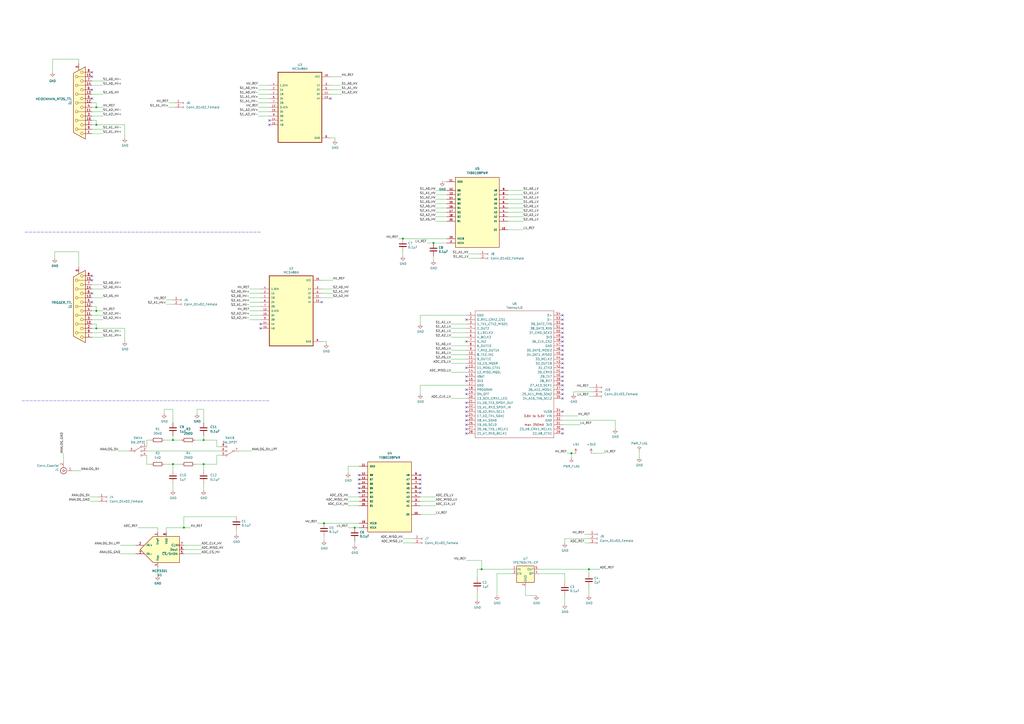
<source format=kicad_sch>
(kicad_sch (version 20211123) (generator eeschema)
  (paper "A2")
  (lib_symbols
    (symbol "Analog_ADC:MCP3301" (pin_names (offset 1.016))
      (property "Reference" "U" (at 4.445 10.795 0))
      (property "Value" "MCP3301" (at 4.445 8.89 0))
      (symbol "MCP3301_0_0"
        (polyline (pts (xy -12.7 0) (xy -5.08 7.62) (xy 10.16 7.62) (xy 10.16 -7.62) (xy -5.08 -7.62) (xy -12.7 0)) (stroke (width 0.254)) (fill (type background)))
      )
      (symbol "MCP3301_1_1"
        (pin power_in line (at -2.54 10.16 270) (length 2.54) (name "Vref") (number "1"))
        (pin input line (at -15.24 2.54 0) (length 5.08) (name "IN+") (number "2"))
        (pin input line (at -15.24 -2.54 0) (length 5.08) (name "IN-") (number "3"))
        (pin power_in line (at -2.54 -10.16 90) (length 2.54) (name "Vss") (number "4"))
        (pin input line (at 12.7 -2.54 180) (length 2.54) (name "~{CS}/SHDN") (number "5"))
        (pin output line (at 12.7 0 180) (length 2.54) (name "Dout") (number "6"))
        (pin input clock (at 12.7 2.54 180) (length 2.54) (name "CLK") (number "7"))
        (pin power_in line (at 2.54 10.16 270) (length 2.54) (name "Vdd") (number "8"))
      )
    )
    (symbol "Connector:Conn_01x02_Female" (pin_names (offset 1.016) hide)
      (property "Reference" "J" (at 0 2.54 0))
      (property "Value" "Conn_01x02_Female" (at 0 -5.08 0))
      (symbol "Conn_01x02_Female_1_1"
        (arc (start 0 -2.032) (mid -0.508 -2.54) (end 0 -3.048) (stroke (width 0.1524)))
        (polyline (pts (xy -1.27 -2.54) (xy -0.508 -2.54)) (stroke (width 0.1524)))
        (polyline (pts (xy -1.27 0) (xy -0.508 0)) (stroke (width 0.1524)))
        (arc (start 0 0.508) (mid -0.508 0) (end 0 -0.508) (stroke (width 0.1524)))
        (pin passive line (at -5.08 0 0) (length 3.81) (name "Pin_1") (number "1"))
        (pin passive line (at -5.08 -2.54 0) (length 3.81) (name "Pin_2") (number "2"))
      )
    )
    (symbol "Connector:Conn_01x03_Female" (pin_names (offset 1.016) hide)
      (property "Reference" "J" (at 0 5.08 0))
      (property "Value" "Conn_01x03_Female" (at 0 -5.08 0))
      (symbol "Conn_01x03_Female_1_1"
        (arc (start 0 -2.032) (mid -0.508 -2.54) (end 0 -3.048) (stroke (width 0.1524)))
        (polyline (pts (xy -1.27 -2.54) (xy -0.508 -2.54)) (stroke (width 0.1524)))
        (polyline (pts (xy -1.27 0) (xy -0.508 0)) (stroke (width 0.1524)))
        (polyline (pts (xy -1.27 2.54) (xy -0.508 2.54)) (stroke (width 0.1524)))
        (arc (start 0 0.508) (mid -0.508 0) (end 0 -0.508) (stroke (width 0.1524)))
        (arc (start 0 3.048) (mid -0.508 2.54) (end 0 2.032) (stroke (width 0.1524)))
        (pin passive line (at -5.08 2.54 0) (length 3.81) (name "Pin_1") (number "1"))
        (pin passive line (at -5.08 0 0) (length 3.81) (name "Pin_2") (number "2"))
        (pin passive line (at -5.08 -2.54 0) (length 3.81) (name "Pin_3") (number "3"))
      )
    )
    (symbol "Connector:Conn_Coaxial" (pin_names (offset 1.016) hide)
      (property "Reference" "J" (at 0.254 3.048 0))
      (property "Value" "Conn_Coaxial" (at 2.921 0 90))
      (symbol "Conn_Coaxial_0_1"
        (arc (start -1.778 -0.508) (mid 0.222 -1.808) (end 1.778 0) (stroke (width 0.254)))
        (polyline (pts (xy -2.54 0) (xy -0.508 0)))
        (polyline (pts (xy 0 -2.54) (xy 0 -1.778)))
        (circle (center 0 0) (radius 0.508) (stroke (width 0.2032)))
        (arc (start 1.778 0) (mid 0.2221 1.8083) (end -1.778 0.508) (stroke (width 0.254)))
      )
      (symbol "Conn_Coaxial_1_1"
        (pin passive line (at -5.08 0 0) (length 2.54) (name "In") (number "1"))
        (pin passive line (at 0 -5.08 90) (length 2.54) (name "Ext") (number "2"))
      )
    )
    (symbol "Connector:DB15_Female_MountingHoles" (pin_names (offset 1.016) hide)
      (property "Reference" "J" (at 0 24.13 0))
      (property "Value" "DB15_Female_MountingHoles" (at 0 22.225 0))
      (symbol "DB15_Female_MountingHoles_0_1"
        (circle (center -1.778 -17.78) (radius 0.762))
        (circle (center -1.778 -12.7) (radius 0.762))
        (circle (center -1.778 -7.62) (radius 0.762))
        (circle (center -1.778 -2.54) (radius 0.762))
        (circle (center -1.778 2.54) (radius 0.762))
        (circle (center -1.778 7.62) (radius 0.762))
        (circle (center -1.778 12.7) (radius 0.762))
        (circle (center -1.778 17.78) (radius 0.762))
        (polyline (pts (xy -3.81 -17.78) (xy -2.54 -17.78)))
        (polyline (pts (xy -3.81 -15.24) (xy 0.508 -15.24)))
        (polyline (pts (xy -3.81 -12.7) (xy -2.54 -12.7)))
        (polyline (pts (xy -3.81 -10.16) (xy 0.508 -10.16)))
        (polyline (pts (xy -3.81 -7.62) (xy -2.54 -7.62)))
        (polyline (pts (xy -3.81 -5.08) (xy 0.508 -5.08)))
        (polyline (pts (xy -3.81 -2.54) (xy -2.54 -2.54)))
        (polyline (pts (xy -3.81 0) (xy 0.508 0)))
        (polyline (pts (xy -3.81 2.54) (xy -2.54 2.54)))
        (polyline (pts (xy -3.81 5.08) (xy 0.508 5.08)))
        (polyline (pts (xy -3.81 7.62) (xy -2.54 7.62)))
        (polyline (pts (xy -3.81 10.16) (xy 0.508 10.16)))
        (polyline (pts (xy -3.81 12.7) (xy -2.54 12.7)))
        (polyline (pts (xy -3.81 15.24) (xy 0.508 15.24)))
        (polyline (pts (xy -3.81 17.78) (xy -2.54 17.78)))
        (polyline (pts (xy -3.81 20.955) (xy 3.175 17.145) (xy 3.175 -17.145) (xy -3.81 -20.955) (xy -3.81 20.955)) (stroke (width 0.254)) (fill (type background)))
        (circle (center 1.27 -15.24) (radius 0.762))
        (circle (center 1.27 -10.16) (radius 0.762))
        (circle (center 1.27 -5.08) (radius 0.762))
        (circle (center 1.27 0) (radius 0.762))
        (circle (center 1.27 5.08) (radius 0.762))
        (circle (center 1.27 10.16) (radius 0.762))
        (circle (center 1.27 15.24) (radius 0.762))
      )
      (symbol "DB15_Female_MountingHoles_1_1"
        (pin passive line (at 0 -22.86 90) (length 3.81) (name "PAD") (number "0"))
        (pin passive line (at -7.62 17.78 0) (length 3.81) (name "1") (number "1"))
        (pin passive line (at -7.62 10.16 0) (length 3.81) (name "P10") (number "10"))
        (pin passive line (at -7.62 5.08 0) (length 3.81) (name "P111") (number "11"))
        (pin passive line (at -7.62 0 0) (length 3.81) (name "P12") (number "12"))
        (pin passive line (at -7.62 -5.08 0) (length 3.81) (name "P13") (number "13"))
        (pin passive line (at -7.62 -10.16 0) (length 3.81) (name "P14") (number "14"))
        (pin passive line (at -7.62 -15.24 0) (length 3.81) (name "P15") (number "15"))
        (pin passive line (at -7.62 12.7 0) (length 3.81) (name "2") (number "2"))
        (pin passive line (at -7.62 7.62 0) (length 3.81) (name "3") (number "3"))
        (pin passive line (at -7.62 2.54 0) (length 3.81) (name "4") (number "4"))
        (pin passive line (at -7.62 -2.54 0) (length 3.81) (name "5") (number "5"))
        (pin passive line (at -7.62 -7.62 0) (length 3.81) (name "6") (number "6"))
        (pin passive line (at -7.62 -12.7 0) (length 3.81) (name "7") (number "7"))
        (pin passive line (at -7.62 -17.78 0) (length 3.81) (name "8") (number "8"))
        (pin passive line (at -7.62 15.24 0) (length 3.81) (name "P9") (number "9"))
      )
    )
    (symbol "Device:C" (pin_numbers hide) (pin_names (offset 0.254))
      (property "Reference" "C" (at 0.635 2.54 0))
      (property "Value" "C" (at 0.635 -2.54 0))
      (symbol "C_0_1"
        (polyline (pts (xy -2.032 -0.762) (xy 2.032 -0.762)) (stroke (width 0.508)))
        (polyline (pts (xy -2.032 0.762) (xy 2.032 0.762)) (stroke (width 0.508)))
      )
      (symbol "C_1_1"
        (pin passive line (at 0 3.81 270) (length 2.794) (name "~") (number "1"))
        (pin passive line (at 0 -3.81 90) (length 2.794) (name "~") (number "2"))
      )
    )
    (symbol "Device:R" (pin_numbers hide) (pin_names (offset 0))
      (property "Reference" "R" (at 2.032 0 90))
      (property "Value" "R" (at 0 0 90))
      (symbol "R_0_1"
        (rectangle (start -1.016 -2.54) (end 1.016 2.54) (stroke (width 0.254)))
      )
      (symbol "R_1_1"
        (pin passive line (at 0 3.81 270) (length 1.27) (name "~") (number "1"))
        (pin passive line (at 0 -3.81 90) (length 1.27) (name "~") (number "2"))
      )
    )
    (symbol "MC3486N:MC3486N" (pin_names (offset 1.016))
      (property "Reference" "U" (at -12.7 21.3106 0))
      (property "Value" "MC3486N" (at -12.7 -24.3078 0))
      (symbol "MC3486N_0_0"
        (rectangle (start -12.7 -20.32) (end 12.7 20.32) (stroke (width 0.4064)) (fill (type background)))
        (pin input line (at -17.78 7.62 0) (length 5.08) (name "1B") (number "1"))
        (pin input line (at -17.78 -2.54 0) (length 5.08) (name "3A") (number "10"))
        (pin output line (at 17.78 7.62 180) (length 5.08) (name "3Y") (number "11"))
        (pin input line (at -17.78 0 0) (length 5.08) (name "3,4EN") (number "12"))
        (pin output line (at 17.78 5.08 180) (length 5.08) (name "4Y") (number "13"))
        (pin input line (at -17.78 -7.62 0) (length 5.08) (name "4A") (number "14"))
        (pin input line (at -17.78 -10.16 0) (length 5.08) (name "4B") (number "15"))
        (pin power_in line (at 17.78 17.78 180) (length 5.08) (name "VCC") (number "16"))
        (pin input line (at -17.78 10.16 0) (length 5.08) (name "1A") (number "2"))
        (pin output line (at 17.78 12.7 180) (length 5.08) (name "1Y") (number "3"))
        (pin input line (at -17.78 12.7 0) (length 5.08) (name "1,2EN") (number "4"))
        (pin output line (at 17.78 10.16 180) (length 5.08) (name "2Y") (number "5"))
        (pin input line (at -17.78 5.08 0) (length 5.08) (name "2A") (number "6"))
        (pin input line (at -17.78 2.54 0) (length 5.08) (name "2B") (number "7"))
        (pin power_in line (at 17.78 -17.78 180) (length 5.08) (name "GND") (number "8"))
        (pin input line (at -17.78 -5.08 0) (length 5.08) (name "3B") (number "9"))
      )
    )
    (symbol "Regulator_Linear:TPS793475-EP" (pin_names (offset 0.254))
      (property "Reference" "U" (at -3.81 5.715 0))
      (property "Value" "TPS793475-EP" (at 0 5.715 0))
      (symbol "TPS793475-EP_1_1"
        (rectangle (start 5.08 -5.08) (end -5.08 4.445) (stroke (width 0.254)) (fill (type background)))
        (pin power_in line (at -7.62 2.54 0) (length 2.54) (name "IN") (number "1"))
        (pin power_in line (at 0 -7.62 90) (length 2.54) (name "GND") (number "2"))
        (pin input line (at -7.62 0 0) (length 2.54) (name "EN") (number "3"))
        (pin bidirectional line (at 7.62 0 180) (length 2.54) (name "BP") (number "4"))
        (pin power_out line (at 7.62 2.54 180) (length 2.54) (name "OUT") (number "5"))
      )
    )
    (symbol "Switch:SW_DP3T" (pin_names (offset 0) hide)
      (property "Reference" "SW" (at 0 5.08 0))
      (property "Value" "SW_DP3T" (at 0 -5.08 0))
      (symbol "SW_DP3T_0_1"
        (circle (center -2.032 0) (radius 0.4572))
        (polyline (pts (xy -1.651 0.254) (xy 1.651 2.286)))
        (circle (center 2.032 -2.54) (radius 0.4572))
        (circle (center 2.032 0) (radius 0.4572))
        (circle (center 2.032 2.54) (radius 0.4572))
      )
      (symbol "SW_DP3T_1_1"
        (pin passive line (at 5.08 2.54 180) (length 2.54) (name "1") (number "1"))
        (pin passive line (at 5.08 0 180) (length 2.54) (name "2") (number "2"))
        (pin passive line (at -5.08 0 0) (length 2.54) (name "3") (number "3"))
        (pin passive line (at 5.08 -2.54 180) (length 2.54) (name "4") (number "4"))
      )
      (symbol "SW_DP3T_2_1"
        (pin passive line (at 5.08 2.54 180) (length 2.54) (name "5") (number "5"))
        (pin passive line (at 5.08 0 180) (length 2.54) (name "6") (number "6"))
        (pin passive line (at -5.08 0 0) (length 2.54) (name "7") (number "7"))
        (pin passive line (at 5.08 -2.54 180) (length 2.54) (name "8") (number "8"))
      )
    )
    (symbol "TXB0108PWR:TXB0108PWR" (pin_names (offset 1.016))
      (property "Reference" "U" (at -12.7 23.8506 0))
      (property "Value" "TXB0108PWR" (at -12.7 -21.7678 0))
      (symbol "TXB0108PWR_0_0"
        (rectangle (start -12.7 -17.78) (end 12.7 22.86) (stroke (width 0.254)) (fill (type background)))
        (pin bidirectional line (at -17.78 7.62 0) (length 5.08) (name "A1") (number "1"))
        (pin input line (at -17.78 12.7 0) (length 5.08) (name "OE") (number "10"))
        (pin power_in line (at 17.78 -15.24 180) (length 5.08) (name "GND") (number "11"))
        (pin bidirectional line (at 17.78 -10.16 180) (length 5.08) (name "B8") (number "12"))
        (pin bidirectional line (at 17.78 -7.62 180) (length 5.08) (name "B7") (number "13"))
        (pin bidirectional line (at 17.78 -5.08 180) (length 5.08) (name "B6") (number "14"))
        (pin bidirectional line (at 17.78 -2.54 180) (length 5.08) (name "B5") (number "15"))
        (pin bidirectional line (at 17.78 0 180) (length 5.08) (name "B4") (number "16"))
        (pin bidirectional line (at 17.78 2.54 180) (length 5.08) (name "B3") (number "17"))
        (pin bidirectional line (at 17.78 5.08 180) (length 5.08) (name "B2") (number "18"))
        (pin power_in line (at 17.78 17.78 180) (length 5.08) (name "VCCB") (number "19"))
        (pin power_in line (at 17.78 20.32 180) (length 5.08) (name "VCCA") (number "2"))
        (pin bidirectional line (at 17.78 7.62 180) (length 5.08) (name "B1") (number "20"))
        (pin bidirectional line (at -17.78 5.08 0) (length 5.08) (name "A2") (number "3"))
        (pin bidirectional line (at -17.78 2.54 0) (length 5.08) (name "A3") (number "4"))
        (pin bidirectional line (at -17.78 0 0) (length 5.08) (name "A4") (number "5"))
        (pin bidirectional line (at -17.78 -2.54 0) (length 5.08) (name "A5") (number "6"))
        (pin bidirectional line (at -17.78 -5.08 0) (length 5.08) (name "A6") (number "7"))
        (pin bidirectional line (at -17.78 -7.62 0) (length 5.08) (name "A7") (number "8"))
        (pin bidirectional line (at -17.78 -10.16 0) (length 5.08) (name "A8") (number "9"))
      )
    )
    (symbol "erun-rescue:Teensy4.0-teensy" (pin_names (offset 1.016))
      (property "Reference" "U" (at 0 39.37 0))
      (property "Value" "Teensy4.0-teensy" (at 0 -39.37 0))
      (symbol "Teensy4.0-teensy_0_0"
        (text "3.6V to 5.5V" (at 11.43 -24.13 0) (effects (font (size 1.27 1.27))))
        (text "max 250mA" (at 11.43 -29.21 0) (effects (font (size 1.27 1.27))))
        (pin bidirectional line (at -27.94 11.43 0) (length 5.08) (name "8_TX2_IN1") (number "10"))
        (pin bidirectional line (at -27.94 8.89 0) (length 5.08) (name "9_OUT1C") (number "11"))
        (pin bidirectional line (at -27.94 6.35 0) (length 5.08) (name "10_CS_MQSR") (number "12"))
        (pin bidirectional line (at -27.94 3.81 0) (length 5.08) (name "11_MOSI_CTX1") (number "13"))
        (pin bidirectional line (at -27.94 1.27 0) (length 5.08) (name "12_MISO_MQSL") (number "14"))
        (pin power_in line (at -27.94 -1.27 0) (length 5.08) (name "VBAT") (number "15"))
        (pin power_in line (at -27.94 -3.81 0) (length 5.08) (name "3V3") (number "16"))
        (pin power_in line (at -27.94 -6.35 0) (length 5.08) (name "GND") (number "17"))
        (pin input line (at -27.94 -8.89 0) (length 5.08) (name "PROGRAM") (number "18"))
        (pin input line (at -27.94 -11.43 0) (length 5.08) (name "ON_OFF") (number "19"))
        (pin bidirectional line (at -27.94 -13.97 0) (length 5.08) (name "13_SCK_CRX1_LED") (number "20"))
        (pin bidirectional line (at -27.94 -16.51 0) (length 5.08) (name "14_A0_TX3_SPDIF_OUT") (number "21"))
        (pin bidirectional line (at -27.94 -19.05 0) (length 5.08) (name "15_A1_RX3_SPDIF_IN") (number "22"))
        (pin bidirectional line (at -27.94 -21.59 0) (length 5.08) (name "16_A2_RX4_SCL1") (number "23"))
        (pin bidirectional line (at -27.94 -24.13 0) (length 5.08) (name "17_A3_TX4_SDA1") (number "24"))
        (pin bidirectional line (at -27.94 -26.67 0) (length 5.08) (name "18_A4_SDA0") (number "25"))
        (pin bidirectional line (at -27.94 -29.21 0) (length 5.08) (name "19_A5_SCL0") (number "26"))
        (pin bidirectional line (at -27.94 -31.75 0) (length 5.08) (name "20_A6_TX5_LRCLK1") (number "27"))
        (pin bidirectional line (at -27.94 -34.29 0) (length 5.08) (name "21_A7_RX5_BCLK1") (number "28"))
        (pin bidirectional line (at 27.94 -34.29 180) (length 5.08) (name "22_A8_CTX1") (number "29"))
        (pin bidirectional line (at 27.94 -31.75 180) (length 5.08) (name "23_A9_CRX1_MCLK1") (number "30"))
        (pin power_out line (at 27.94 -29.21 180) (length 5.08) (name "3V3") (number "31"))
        (pin power_in line (at 27.94 -26.67 180) (length 5.08) (name "GND") (number "32"))
        (pin power_in line (at 27.94 -24.13 180) (length 5.08) (name "VIN") (number "33"))
        (pin power_out line (at 27.94 -21.59 180) (length 5.08) (name "VUSB") (number "34"))
        (pin bidirectional line (at 27.94 -13.97 180) (length 5.08) (name "24_A10_TX6_SCL2") (number "35"))
        (pin bidirectional line (at 27.94 -11.43 180) (length 5.08) (name "25_A11_RX6_SDA2") (number "36"))
        (pin bidirectional line (at 27.94 -8.89 180) (length 5.08) (name "26_A12_MOSI1") (number "37"))
        (pin bidirectional line (at 27.94 -6.35 180) (length 5.08) (name "27_A13_SCK1") (number "38"))
        (pin bidirectional line (at 27.94 -3.81 180) (length 5.08) (name "28_RX7") (number "39"))
        (pin bidirectional line (at 27.94 -1.27 180) (length 5.08) (name "29_TX7") (number "40"))
        (pin bidirectional line (at 27.94 1.27 180) (length 5.08) (name "30_CRX3") (number "41"))
        (pin bidirectional line (at 27.94 3.81 180) (length 5.08) (name "31_CTX3") (number "42"))
        (pin bidirectional line (at 27.94 6.35 180) (length 5.08) (name "32_OUT1B") (number "43"))
        (pin bidirectional line (at 27.94 8.89 180) (length 5.08) (name "33_MCLK2") (number "44"))
        (pin bidirectional line (at 27.94 11.43 180) (length 5.08) (name "34_DAT1_MISO2") (number "45"))
        (pin bidirectional line (at 27.94 13.97 180) (length 5.08) (name "35_DAT0_MOSI2") (number "46"))
        (pin power_out line (at 27.94 16.51 180) (length 5.08) (name "GND") (number "47"))
        (pin bidirectional line (at 27.94 19.05 180) (length 5.08) (name "36_CLK_CS2") (number "48"))
        (pin power_out line (at 27.94 21.59 180) (length 5.08) (name "3V3") (number "49"))
        (pin bidirectional line (at -27.94 24.13 0) (length 5.08) (name "3_LRCLK2") (number "5"))
        (pin bidirectional line (at 27.94 24.13 180) (length 5.08) (name "37_CMD_SCK2") (number "50"))
        (pin bidirectional line (at 27.94 26.67 180) (length 5.08) (name "38_DAT3_RX5") (number "51"))
        (pin bidirectional line (at 27.94 29.21 180) (length 5.08) (name "39_DAT2_TX5") (number "52"))
        (pin bidirectional line (at 27.94 31.75 180) (length 5.08) (name "D-") (number "53"))
        (pin bidirectional line (at 27.94 34.29 180) (length 5.08) (name "D+") (number "54"))
        (pin bidirectional line (at -27.94 21.59 0) (length 5.08) (name "4_BCLK2") (number "6"))
        (pin bidirectional line (at -27.94 19.05 0) (length 5.08) (name "5_IN2") (number "7"))
        (pin bidirectional line (at -27.94 16.51 0) (length 5.08) (name "6_OUT1D") (number "8"))
        (pin bidirectional line (at -27.94 13.97 0) (length 5.08) (name "7_RX2_OUT1A") (number "9"))
      )
      (symbol "Teensy4.0-teensy_0_1"
        (rectangle (start -22.86 36.83) (end 22.86 -36.83))
        (rectangle (start -20.32 -31.75) (end -20.32 -31.75))
      )
      (symbol "Teensy4.0-teensy_1_1"
        (pin power_in line (at -27.94 34.29 0) (length 5.08) (name "GND") (number "1"))
        (pin bidirectional line (at -27.94 31.75 0) (length 5.08) (name "0_RX1_CRX2_CS1") (number "2"))
        (pin bidirectional line (at -27.94 29.21 0) (length 5.08) (name "1_TX1_CTX2_MISO1") (number "3"))
        (pin bidirectional line (at -27.94 26.67 0) (length 5.08) (name "2_OUT2") (number "4"))
      )
    )
    (symbol "power:+3.3V" (power) (pin_names (offset 0))
      (property "Value" "+3.3V" (at 0 3.556 0))
      (symbol "+3.3V_0_1"
        (polyline (pts (xy -0.762 1.27) (xy 0 2.54)))
        (polyline (pts (xy 0 0) (xy 0 2.54)))
        (polyline (pts (xy 0 2.54) (xy 0.762 1.27)))
      )
      (symbol "+3.3V_1_1"
        (pin power_in line (at 0 0 90) (length 0) hide (name "+3V3") (number "1"))
      )
    )
    (symbol "power:+5V" (power) (pin_names (offset 0))
      (property "Value" "+5V" (at 0 3.556 0))
      (symbol "+5V_0_1"
        (polyline (pts (xy -0.762 1.27) (xy 0 2.54)))
        (polyline (pts (xy 0 0) (xy 0 2.54)))
        (polyline (pts (xy 0 2.54) (xy 0.762 1.27)))
      )
      (symbol "+5V_1_1"
        (pin power_in line (at 0 0 90) (length 0) hide (name "+5V") (number "1"))
      )
    )
    (symbol "power:GND" (power) (pin_names (offset 0))
      (property "Value" "GND" (at 0 -3.81 0))
      (symbol "GND_0_1"
        (polyline (pts (xy 0 0) (xy 0 -1.27) (xy 1.27 -1.27) (xy 0 -2.54) (xy -1.27 -1.27) (xy 0 -1.27)))
      )
      (symbol "GND_1_1"
        (pin power_in line (at 0 0 270) (length 0) hide (name "GND") (number "1"))
      )
    )
    (symbol "power:PWR_FLAG" (power) (pin_numbers hide) (pin_names (offset 0) hide)
      (property "Value" "PWR_FLAG" (at 0 3.81 0))
      (symbol "PWR_FLAG_0_0"
        (pin power_out line (at 0 0 90) (length 0) (name "pwr") (number "1"))
      )
      (symbol "PWR_FLAG_0_1"
        (polyline (pts (xy 0 0) (xy 0 1.27) (xy -1.016 1.905) (xy 0 2.54) (xy 1.016 1.905) (xy 0 1.27)))
      )
    )
  )
  (junction (at 205.74 306.07))
  (junction (at 187.96 303.53))
  (junction (at 106.68 306.07))
  (junction (at 100.33 255.27))
  (junction (at 55.88 180.34))
  (junction (at 55.88 72.39))
  (junction (at 331.47 262.89))
  (junction (at 118.11 269.24))
  (junction (at 251.46 140.97))
  (junction (at 279.4 330.2))
  (junction (at 55.88 190.5))
  (junction (at 233.68 138.43))
  (junction (at 341.63 330.2))
  (junction (at 55.88 62.23))
  (junction (at 100.33 269.24))
  (junction (at 118.11 255.27))
  (no_connect (at 270.51 198.12))
  (no_connect (at 208.28 278.13))
  (no_connect (at 208.28 285.75))
  (no_connect (at 208.28 283.21))
  (no_connect (at 208.28 275.59))
  (no_connect (at 208.28 280.67))
  (no_connect (at 243.84 275.59))
  (no_connect (at 243.84 280.67))
  (no_connect (at 243.84 278.13))
  (no_connect (at 326.39 251.46))
  (no_connect (at 270.51 226.06))
  (no_connect (at 270.51 185.42))
  (no_connect (at 326.39 193.04))
  (no_connect (at 53.34 57.15))
  (no_connect (at 270.51 236.22))
  (no_connect (at 53.34 170.18))
  (no_connect (at 326.39 220.98))
  (no_connect (at 270.51 213.36))
  (no_connect (at 53.34 162.56))
  (no_connect (at 326.39 198.12))
  (no_connect (at 53.34 175.26))
  (no_connect (at 53.34 41.91))
  (no_connect (at 156.21 69.85))
  (no_connect (at 270.51 251.46))
  (no_connect (at 326.39 187.96))
  (no_connect (at 270.51 228.6))
  (no_connect (at 243.84 283.21))
  (no_connect (at 270.51 220.98))
  (no_connect (at 151.13 190.5))
  (no_connect (at 326.39 213.36))
  (no_connect (at 53.34 52.07))
  (no_connect (at 53.34 160.02))
  (no_connect (at 270.51 218.44))
  (no_connect (at 326.39 205.74))
  (no_connect (at 326.39 218.44))
  (no_connect (at 191.77 57.15))
  (no_connect (at 326.39 185.42))
  (no_connect (at 326.39 226.06))
  (no_connect (at 186.69 175.26))
  (no_connect (at 326.39 248.92))
  (no_connect (at 53.34 44.45))
  (no_connect (at 326.39 200.66))
  (no_connect (at 270.51 238.76))
  (no_connect (at 326.39 223.52))
  (no_connect (at 270.51 243.84))
  (no_connect (at 270.51 246.38))
  (no_connect (at 326.39 238.76))
  (no_connect (at 326.39 215.9))
  (no_connect (at 156.21 72.39))
  (no_connect (at 326.39 228.6))
  (no_connect (at 326.39 182.88))
  (no_connect (at 326.39 190.5))
  (no_connect (at 270.51 248.92))
  (no_connect (at 326.39 231.14))
  (no_connect (at 151.13 187.96))
  (no_connect (at 243.84 285.75))
  (no_connect (at 270.51 241.3))
  (no_connect (at 326.39 195.58))
  (no_connect (at 326.39 210.82))
  (no_connect (at 326.39 203.2))
  (no_connect (at 270.51 233.68))
  (no_connect (at 326.39 208.28))
  (wire (pts (xy 144.78 172.72) (xy 151.13 172.72)))
  (wire (pts (xy 59.69 193.04) (xy 53.34 193.04)))
  (wire (pts (xy 59.69 64.77) (xy 53.34 64.77)))
  (wire (pts (xy 137.16 309.88) (xy 137.16 307.34)))
  (wire (pts (xy 53.34 195.58) (xy 59.69 195.58)))
  (wire (pts (xy 205.74 313.69) (xy 205.74 316.23)))
  (wire (pts (xy 116.84 316.23) (xy 106.68 316.23)))
  (wire (pts (xy 151.13 175.26) (xy 144.78 175.26)))
  (wire (pts (xy 187.96 311.15) (xy 187.96 313.69)))
  (wire (pts (xy 149.86 59.69) (xy 156.21 59.69)))
  (wire (pts (xy 270.51 205.74) (xy 261.62 205.74)))
  (wire (pts (xy 156.21 57.15) (xy 149.86 57.15)))
  (wire (pts (xy 100.33 273.05) (xy 100.33 269.24)))
  (wire (pts (xy 270.51 195.58) (xy 261.62 195.58)))
  (wire (pts (xy 331.47 262.89) (xy 331.47 265.43)))
  (wire (pts (xy 53.34 49.53) (xy 59.69 49.53)))
  (wire (pts (xy 55.88 62.23) (xy 53.34 62.23)))
  (wire (pts (xy 184.15 303.53) (xy 187.96 303.53)))
  (wire (pts (xy 261.62 231.14) (xy 270.51 231.14)))
  (wire (pts (xy 59.69 182.88) (xy 53.34 182.88)))
  (polyline (pts (xy 12.7 232.41) (xy 156.21 232.41)))
  (wire (pts (xy 339.09 309.88) (xy 341.63 309.88)))
  (wire (pts (xy 137.16 299.72) (xy 106.68 299.72)))
  (wire (pts (xy 327.66 314.96) (xy 327.66 312.42)))
  (wire (pts (xy 55.88 180.34) (xy 53.34 180.34)))
  (wire (pts (xy 233.68 312.42) (xy 240.03 312.42)))
  (wire (pts (xy 331.47 262.89) (xy 334.01 262.89)))
  (wire (pts (xy 91.44 334.01) (xy 91.44 328.93)))
  (wire (pts (xy 341.63 229.87) (xy 344.17 229.87)))
  (wire (pts (xy 187.96 303.53) (xy 208.28 303.53)))
  (wire (pts (xy 271.78 147.32) (xy 278.13 147.32)))
  (wire (pts (xy 201.93 270.51) (xy 208.28 270.51)))
  (wire (pts (xy 125.73 255.27) (xy 125.73 259.08)))
  (wire (pts (xy 72.39 190.5) (xy 72.39 198.12)))
  (wire (pts (xy 106.68 318.77) (xy 116.84 318.77)))
  (wire (pts (xy 327.66 350.52) (xy 327.66 345.44)))
  (wire (pts (xy 326.39 246.38) (xy 336.55 246.38)))
  (wire (pts (xy 312.42 330.2) (xy 341.63 330.2)))
  (wire (pts (xy 297.18 330.2) (xy 279.4 330.2)))
  (wire (pts (xy 261.62 193.04) (xy 270.51 193.04)))
  (wire (pts (xy 327.66 332.74) (xy 312.42 332.74)))
  (wire (pts (xy 189.23 198.12) (xy 189.23 199.39)))
  (wire (pts (xy 30.48 34.29) (xy 30.48 41.91)))
  (wire (pts (xy 205.74 306.07) (xy 208.28 306.07)))
  (wire (pts (xy 113.03 255.27) (xy 118.11 255.27)))
  (wire (pts (xy 95.25 269.24) (xy 100.33 269.24)))
  (wire (pts (xy 341.63 345.44) (xy 341.63 340.36)))
  (wire (pts (xy 208.28 290.83) (xy 201.93 290.83)))
  (wire (pts (xy 125.73 259.08) (xy 128.27 259.08)))
  (wire (pts (xy 156.21 64.77) (xy 149.86 64.77)))
  (wire (pts (xy 45.72 146.05) (xy 31.75 146.05)))
  (wire (pts (xy 53.34 185.42) (xy 59.69 185.42)))
  (wire (pts (xy 100.33 245.11) (xy 100.33 237.49)))
  (wire (pts (xy 59.69 62.23) (xy 55.88 62.23)))
  (wire (pts (xy 191.77 54.61) (xy 198.12 54.61)))
  (wire (pts (xy 294.64 125.73) (xy 303.53 125.73)))
  (wire (pts (xy 251.46 140.97) (xy 259.08 140.97)))
  (wire (pts (xy 186.69 170.18) (xy 193.04 170.18)))
  (wire (pts (xy 261.62 215.9) (xy 270.51 215.9)))
  (wire (pts (xy 106.68 321.31) (xy 116.84 321.31)))
  (wire (pts (xy 96.52 306.07) (xy 96.52 308.61)))
  (wire (pts (xy 125.73 264.16) (xy 128.27 264.16)))
  (wire (pts (xy 252.73 120.65) (xy 259.08 120.65)))
  (wire (pts (xy 326.39 241.3) (xy 335.28 241.3)))
  (wire (pts (xy 91.44 306.07) (xy 91.44 308.61)))
  (wire (pts (xy 68.58 261.62) (xy 74.93 261.62)))
  (wire (pts (xy 85.09 255.27) (xy 87.63 255.27)))
  (wire (pts (xy 36.83 267.97) (xy 36.83 262.89)))
  (wire (pts (xy 85.09 269.24) (xy 87.63 269.24)))
  (wire (pts (xy 347.98 330.2) (xy 341.63 330.2)))
  (wire (pts (xy 276.86 347.98) (xy 276.86 342.9)))
  (wire (pts (xy 294.64 128.27) (xy 303.53 128.27)))
  (wire (pts (xy 261.62 210.82) (xy 270.51 210.82)))
  (wire (pts (xy 96.52 173.99) (xy 100.33 173.99)))
  (wire (pts (xy 85.09 264.16) (xy 85.09 269.24)))
  (wire (pts (xy 106.68 306.07) (xy 110.49 306.07)))
  (wire (pts (xy 370.84 261.62) (xy 370.84 265.43)))
  (wire (pts (xy 125.73 269.24) (xy 125.73 264.16)))
  (wire (pts (xy 270.51 203.2) (xy 261.62 203.2)))
  (wire (pts (xy 251.46 148.59) (xy 251.46 151.13)))
  (wire (pts (xy 113.03 269.24) (xy 118.11 269.24)))
  (wire (pts (xy 252.73 110.49) (xy 259.08 110.49)))
  (wire (pts (xy 144.78 180.34) (xy 151.13 180.34)))
  (wire (pts (xy 149.86 54.61) (xy 156.21 54.61)))
  (wire (pts (xy 186.69 198.12) (xy 189.23 198.12)))
  (wire (pts (xy 144.78 177.8) (xy 151.13 177.8)))
  (wire (pts (xy 270.51 190.5) (xy 261.62 190.5)))
  (wire (pts (xy 252.73 123.19) (xy 259.08 123.19)))
  (wire (pts (xy 252.73 125.73) (xy 259.08 125.73)))
  (wire (pts (xy 270.51 325.12) (xy 279.4 325.12)))
  (wire (pts (xy 53.34 187.96) (xy 55.88 187.96)))
  (wire (pts (xy 97.79 59.69) (xy 101.6 59.69)))
  (wire (pts (xy 270.51 200.66) (xy 261.62 200.66)))
  (wire (pts (xy 288.29 332.74) (xy 288.29 345.44)))
  (wire (pts (xy 252.73 288.29) (xy 243.84 288.29)))
  (wire (pts (xy 53.34 69.85) (xy 55.88 69.85)))
  (wire (pts (xy 80.01 306.07) (xy 91.44 306.07)))
  (wire (pts (xy 294.64 120.65) (xy 303.53 120.65)))
  (wire (pts (xy 59.69 54.61) (xy 53.34 54.61)))
  (wire (pts (xy 186.69 162.56) (xy 193.04 162.56)))
  (wire (pts (xy 294.64 118.11) (xy 303.53 118.11)))
  (wire (pts (xy 194.31 80.01) (xy 194.31 81.28)))
  (wire (pts (xy 261.62 187.96) (xy 270.51 187.96)))
  (wire (pts (xy 100.33 237.49) (xy 95.25 237.49)))
  (wire (pts (xy 69.85 316.23) (xy 78.74 316.23)))
  (wire (pts (xy 53.34 67.31) (xy 59.69 67.31)))
  (wire (pts (xy 59.69 180.34) (xy 55.88 180.34)))
  (wire (pts (xy 341.63 224.79) (xy 344.17 224.79)))
  (wire (pts (xy 186.69 172.72) (xy 193.04 172.72)))
  (wire (pts (xy 208.28 288.29) (xy 201.93 288.29)))
  (wire (pts (xy 53.34 72.39) (xy 55.88 72.39)))
  (wire (pts (xy 138.43 261.62) (xy 146.05 261.62)))
  (wire (pts (xy 53.34 177.8) (xy 55.88 177.8)))
  (wire (pts (xy 233.68 314.96) (xy 240.03 314.96)))
  (wire (pts (xy 95.25 255.27) (xy 100.33 255.27)))
  (wire (pts (xy 256.54 105.41) (xy 259.08 105.41)))
  (wire (pts (xy 341.63 330.2) (xy 341.63 332.74)))
  (wire (pts (xy 233.68 146.05) (xy 233.68 148.59)))
  (wire (pts (xy 55.88 59.69) (xy 55.88 62.23)))
  (wire (pts (xy 327.66 312.42) (xy 341.63 312.42)))
  (wire (pts (xy 30.48 34.29) (xy 45.72 34.29)))
  (wire (pts (xy 342.9 262.89) (xy 350.52 262.89)))
  (wire (pts (xy 59.69 46.99) (xy 53.34 46.99)))
  (wire (pts (xy 118.11 245.11) (xy 118.11 237.49)))
  (wire (pts (xy 96.52 306.07) (xy 106.68 306.07)))
  (wire (pts (xy 297.18 332.74) (xy 288.29 332.74)))
  (wire (pts (xy 252.73 118.11) (xy 259.08 118.11)))
  (wire (pts (xy 270.51 208.28) (xy 261.62 208.28)))
  (wire (pts (xy 31.75 146.05) (xy 31.75 149.86)))
  (wire (pts (xy 97.79 62.23) (xy 101.6 62.23)))
  (wire (pts (xy 252.73 128.27) (xy 259.08 128.27)))
  (wire (pts (xy 55.88 187.96) (xy 55.88 190.5)))
  (wire (pts (xy 243.84 182.88) (xy 270.51 182.88)))
  (wire (pts (xy 100.33 252.73) (xy 100.33 255.27)))
  (wire (pts (xy 303.53 123.19) (xy 294.64 123.19)))
  (wire (pts (xy 279.4 325.12) (xy 279.4 330.2)))
  (wire (pts (xy 106.68 299.72) (xy 106.68 306.07)))
  (wire (pts (xy 252.73 113.03) (xy 259.08 113.03)))
  (wire (pts (xy 53.34 190.5) (xy 55.88 190.5)))
  (wire (pts (xy 72.39 72.39) (xy 72.39 80.01)))
  (wire (pts (xy 69.85 321.31) (xy 78.74 321.31)))
  (wire (pts (xy 279.4 330.2) (xy 276.86 330.2)))
  (wire (pts (xy 85.09 259.08) (xy 85.09 255.27)))
  (wire (pts (xy 247.65 140.97) (xy 251.46 140.97)))
  (wire (pts (xy 149.86 49.53) (xy 156.21 49.53)))
  (wire (pts (xy 191.77 52.07) (xy 198.12 52.07)))
  (wire (pts (xy 201.93 306.07) (xy 205.74 306.07)))
  (wire (pts (xy 252.73 115.57) (xy 259.08 115.57)))
  (wire (pts (xy 243.84 293.37) (xy 252.73 293.37)))
  (wire (pts (xy 276.86 330.2) (xy 276.86 335.28)))
  (wire (pts (xy 233.68 138.43) (xy 259.08 138.43)))
  (wire (pts (xy 59.69 165.1) (xy 53.34 165.1)))
  (wire (pts (xy 118.11 255.27) (xy 125.73 255.27)))
  (wire (pts (xy 53.34 167.64) (xy 59.69 167.64)))
  (wire (pts (xy 114.3 237.49) (xy 114.3 240.03)))
  (wire (pts (xy 149.86 67.31) (xy 156.21 67.31)))
  (wire (pts (xy 53.34 59.69) (xy 55.88 59.69)))
  (wire (pts (xy 46.99 273.05) (xy 41.91 273.05)))
  (wire (pts (xy 85.09 261.62) (xy 128.27 261.62)))
  (wire (pts (xy 339.09 314.96) (xy 341.63 314.96)))
  (wire (pts (xy 332.74 227.33) (xy 344.17 227.33)))
  (wire (pts (xy 326.39 243.84) (xy 356.87 243.84)))
  (wire (pts (xy 100.33 255.27) (xy 105.41 255.27)))
  (wire (pts (xy 243.84 223.52) (xy 270.51 223.52)))
  (wire (pts (xy 198.12 44.45) (xy 191.77 44.45)))
  (wire (pts (xy 186.69 167.64) (xy 193.04 167.64)))
  (wire (pts (xy 243.84 290.83) (xy 252.73 290.83)))
  (wire (pts (xy 59.69 74.93) (xy 53.34 74.93)))
  (wire (pts (xy 59.69 172.72) (xy 53.34 172.72)))
  (wire (pts (xy 303.53 133.35) (xy 294.64 133.35)))
  (wire (pts (xy 327.66 337.82) (xy 327.66 332.74)))
  (wire (pts (xy 356.87 243.84) (xy 356.87 248.92)))
  (wire (pts (xy 45.72 154.94) (xy 45.72 146.05)))
  (wire (pts (xy 96.52 176.53) (xy 100.33 176.53)))
  (wire (pts (xy 95.25 237.49) (xy 95.25 240.03)))
  (wire (pts (xy 191.77 80.01) (xy 194.31 80.01)))
  (wire (pts (xy 118.11 252.73) (xy 118.11 255.27)))
  (wire (pts (xy 328.93 262.89) (xy 331.47 262.89)))
  (wire (pts (xy 149.86 62.23) (xy 156.21 62.23)))
  (wire (pts (xy 53.34 77.47) (xy 59.69 77.47)))
  (wire (pts (xy 118.11 269.24) (xy 125.73 269.24)))
  (wire (pts (xy 100.33 269.24) (xy 105.41 269.24)))
  (wire (pts (xy 304.8 340.36) (xy 304.8 345.44)))
  (wire (pts (xy 303.53 113.03) (xy 294.64 113.03)))
  (wire (pts (xy 55.88 177.8) (xy 55.88 180.34)))
  (wire (pts (xy 118.11 280.67) (xy 118.11 284.48)))
  (wire (pts (xy 55.88 190.5) (xy 72.39 190.5)))
  (wire (pts (xy 144.78 167.64) (xy 151.13 167.64)))
  (wire (pts (xy 45.72 34.29) (xy 45.72 36.83)))
  (wire (pts (xy 118.11 237.49) (xy 114.3 237.49)))
  (wire (pts (xy 55.88 72.39) (xy 72.39 72.39)))
  (wire (pts (xy 294.64 110.49) (xy 303.53 110.49)))
  (polyline (pts (xy 151.13 134.62) (xy 13.97 134.62)))
  (wire (pts (xy 243.84 223.52) (xy 243.84 228.6)))
  (wire (pts (xy 151.13 170.18) (xy 144.78 170.18)))
  (wire (pts (xy 156.21 52.07) (xy 149.86 52.07)))
  (wire (pts (xy 55.88 69.85) (xy 55.88 72.39)))
  (wire (pts (xy 243.84 182.88) (xy 243.84 187.96)))
  (wire (pts (xy 201.93 270.51) (xy 201.93 274.32)))
  (wire (pts (xy 118.11 273.05) (xy 118.11 269.24)))
  (wire (pts (xy 201.93 293.37) (xy 208.28 293.37)))
  (wire (pts (xy 294.64 115.57) (xy 303.53 115.57)))
  (wire (pts (xy 332.74 228.6) (xy 332.74 227.33)))
  (wire (pts (xy 52.07 290.83) (xy 57.15 290.83)))
  (wire (pts (xy 52.07 288.29) (xy 57.15 288.29)))
  (wire (pts (xy 100.33 280.67) (xy 100.33 284.48)))
  (wire (pts (xy 252.73 298.45) (xy 243.84 298.45)))
  (wire (pts (xy 151.13 182.88) (xy 144.78 182.88)))
  (wire (pts (xy 191.77 49.53) (xy 198.12 49.53)))
  (wire (pts (xy 144.78 185.42) (xy 151.13 185.42)))
  (wire (pts (xy 304.8 345.44) (xy 311.15 345.44)))
  (wire (pts (xy 231.14 138.43) (xy 233.68 138.43)))
  (wire (pts (xy 271.78 149.86) (xy 278.13 149.86)))
  (label "S1_A2_LV" (at 261.62 190.5 180))
  (label "S1_A2_HV-" (at 149.86 67.31 180))
  (label "S1_A2_HV-" (at 59.69 64.77 0))
  (label "S2_A0_HV-" (at 144.78 172.72 180))
  (label "LV_REF" (at 350.52 262.89 0))
  (label "S1_A1_HV" (at 198.12 52.07 0))
  (label "S1_A0_HV-" (at 59.69 46.99 0))
  (label "S2_A1_LV" (at 303.53 123.19 0))
  (label "S1_A2_HV" (at 198.12 54.61 0))
  (label "S2_AS_HV" (at 252.73 128.27 180))
  (label "S1_A0_LV" (at 303.53 110.49 0))
  (label "S1_A1_HV" (at 271.78 147.32 180))
  (label "S1_A2_HV+" (at 59.69 67.31 0))
  (label "S1_A0_HV-" (at 149.86 54.61 180))
  (label "HV_REF" (at 270.51 325.12 180))
  (label "HV_REF" (at 110.49 306.07 0))
  (label "S2_A2_HV-" (at 144.78 185.42 180))
  (label "S2_A2_LV" (at 303.53 125.73 0))
  (label "ANALOG_GND" (at 52.07 290.83 180))
  (label "S2_A2_HV+" (at 59.69 185.42 0))
  (label "S2_A0_HV+" (at 59.69 167.64 0))
  (label "S1_A1_LV" (at 271.78 149.86 180))
  (label "S1_A0_HV+" (at 59.69 49.53 0))
  (label "HV_REF" (at 144.78 167.64 180))
  (label "S2_A0_HV" (at 252.73 120.65 180))
  (label "ADC_MISO_HV" (at 233.68 312.42 180))
  (label "LV_REF" (at 303.53 133.35 0))
  (label "HV_REF" (at 59.69 180.34 0))
  (label "S1_A0_HV+" (at 149.86 52.07 180))
  (label "ADC_CLK_HV" (at 116.84 316.23 0))
  (label "HV_REF" (at 59.69 62.23 0))
  (label "ADC_REF" (at 339.09 314.96 180))
  (label "ANALOG_5V_LPF" (at 146.05 261.62 0))
  (label "S1_AS_LV" (at 303.53 118.11 0))
  (label "HV_REF" (at 231.14 138.43 180))
  (label "S2_A1_LV" (at 261.62 193.04 180))
  (label "ANALOG_GND" (at 69.85 321.31 180))
  (label "HV_REF" (at 328.93 262.89 180))
  (label "S1_A1_HV+" (at 59.69 77.47 0))
  (label "S1_A1_HV" (at 252.73 113.03 180))
  (label "ADC_MISO_HV" (at 116.84 318.77 0))
  (label "HV_REF" (at 149.86 49.53 180))
  (label "HV_REF" (at 144.78 180.34 180))
  (label "S2_A2_HV+" (at 144.78 182.88 180))
  (label "S2_A2_HV-" (at 59.69 182.88 0))
  (label "HV_REF" (at 198.12 44.45 0))
  (label "ANALOG_GND" (at 36.83 262.89 90))
  (label "LV_REF" (at 341.63 229.87 180))
  (label "S2_AS_LV" (at 261.62 208.28 180))
  (label "S1_A1_HV-" (at 149.86 59.69 180))
  (label "ADC_CLK_LV" (at 252.73 293.37 0))
  (label "LV_REF" (at 252.73 298.45 0))
  (label "S2_A1_HV" (at 252.73 123.19 180))
  (label "ADC_CLK_LV" (at 261.62 231.14 180))
  (label "HV_REF" (at 193.04 162.56 0))
  (label "S2_A0_HV+" (at 144.78 170.18 180))
  (label "S2_A0_HV-" (at 59.69 165.1 0))
  (label "ADC_CLK_HV" (at 201.93 293.37 180))
  (label "ADC_MISO_LV" (at 233.68 314.96 180))
  (label "S2_A2_HV" (at 193.04 172.72 0))
  (label "S2_A1_HV-" (at 59.69 193.04 0))
  (label "HV_REF" (at 97.79 59.69 180))
  (label "S1_AS_LV" (at 261.62 205.74 180))
  (label "LV_REF" (at 201.93 306.07 180))
  (label "S2_A1_HV+" (at 144.78 175.26 180))
  (label "ADC_REF" (at 80.01 306.07 180))
  (label "ANALOG_5V" (at 52.07 288.29 180))
  (label "ANALOG_5V" (at 68.58 261.62 180))
  (label "HV_REF" (at 341.63 224.79 180))
  (label "S1_A1_HV-" (at 59.69 74.93 0))
  (label "S2_A0_LV" (at 303.53 120.65 0))
  (label "S1_A1_LV" (at 303.53 113.03 0))
  (label "ADC_MISO_LV" (at 261.62 215.9 180))
  (label "S2_A0_HV" (at 193.04 167.64 0))
  (label "S1_A1_LV" (at 261.62 187.96 180))
  (label "S1_AS_HV" (at 252.73 118.11 180))
  (label "S2_A2_HV" (at 252.73 125.73 180))
  (label "S1_A0_HV" (at 198.12 49.53 0))
  (label "S1_A2_HV+" (at 149.86 64.77 180))
  (label "S1_A2_HV" (at 252.73 115.57 180))
  (label "ADC_MISO_LV" (at 252.73 290.83 0))
  (label "S1_A2_LV" (at 303.53 115.57 0))
  (label "ADC_CS_LV" (at 252.73 288.29 0))
  (label "HV_REF" (at 184.15 303.53 180))
  (label "S2_A0_LV" (at 261.62 203.2 180))
  (label "S2_A2_LV" (at 261.62 195.58 180))
  (label "S1_A0_LV" (at 261.62 200.66 180))
  (label "S2_A1_HV+" (at 59.69 195.58 0))
  (label "ADC_REF" (at 347.98 330.2 0))
  (label "LV_REF" (at 247.65 140.97 180))
  (label "S1_A1_HV+" (at 97.79 62.23 180))
  (label "ADC_CS_HV" (at 116.84 321.31 0))
  (label "S2_A1_HV" (at 193.04 170.18 0))
  (label "S1_A0_HV" (at 252.73 110.49 180))
  (label "HV_REF" (at 339.09 309.88 180))
  (label "S1_A1_HV+" (at 149.86 57.15 180))
  (label "HV_REF" (at 335.28 241.3 0))
  (label "ADC_MISO_HV" (at 201.93 290.83 180))
  (label "HV_REF" (at 149.86 62.23 180))
  (label "S2_A1_HV-" (at 144.78 177.8 180))
  (label "S2_AS_HV" (at 59.69 172.72 0))
  (label "ADC_CS_LV" (at 261.62 210.82 180))
  (label "ANALOG_5V_LPF" (at 69.85 316.23 180))
  (label "HV_REF" (at 96.52 173.99 180))
  (label "S2_A1_HV+" (at 96.52 176.53 180))
  (label "ADC_CS_HV" (at 201.93 288.29 180))
  (label "ANALOG_5V" (at 46.99 273.05 0))
  (label "LV_REF" (at 336.55 246.38 0))
  (label "S2_AS_LV" (at 303.53 128.27 0))
  (label "S1_AS_HV" (at 59.69 54.61 0))
  (symbol (lib_id "erun-rescue:Teensy4.0-teensy") (at 298.45 217.17 0) (unit 1)
    (property "Reference" "U6" (at 298.45 176.149 0))
    (property "Value" "Teensy4.0" (at 298.45 178.4604 0))
    (property "Footprint" "teensy:Teensy40" (effects hide))
  )
  (symbol (lib_id "Analog_ADC:MCP3301") (at 93.98 318.77 0) (unit 1)
    (property "Reference" "U1" (at 92.71 333.5274 0))
    (property "Value" "MCP3301" (at 92.71 331.216 0))
    (property "Footprint" "Package_SO:MSOP-8_3x3mm_P0.65mm" (effects hide))
    (property "Datasheet" "http://ww1.microchip.com/downloads/en/DeviceDoc/21700D.pdf" (effects hide))
  )
  (symbol (lib_id "Connector:DB15_Female_MountingHoles") (at 45.72 59.69 180) (unit 1)
    (property "Reference" "J2" (at 41.783 59.7408 0) (effects (justify left)))
    (property "Value" "HEIDENHAIN_MT25_TTL" (at 41.783 57.4294 0) (effects (justify left)))
    (property "Footprint" "Connector_Dsub:DSUB-15_Female_Horizontal_P2.77x2.84mm_EdgePinOffset7.70mm_Housed_MountingHolesOffset9.12mm" (effects hide))
    (property "Datasheet" " ~" (effects hide))
  )
  (symbol (lib_id "power:GND") (at 91.44 334.01 0) (unit 1)
    (property "Reference" "#PWR05" (effects hide))
    (property "Value" "GND" (at 91.567 338.4042 0))
  )
  (symbol (lib_id "power:GND") (at 311.15 345.44 0) (unit 1)
    (property "Reference" "#PWR015" (effects hide))
    (property "Value" "GND" (at 311.277 349.8342 0))
  )
  (symbol (lib_id "power:GND") (at 243.84 228.6 0) (unit 1)
    (property "Reference" "#PWR012" (effects hide))
    (property "Value" "GND" (at 243.967 232.9942 0))
  )
  (symbol (lib_id "power:GND") (at 72.39 80.01 0) (unit 1)
    (property "Reference" "#PWR03" (effects hide))
    (property "Value" "GND" (at 72.517 84.4042 0))
  )
  (symbol (lib_id "Connector:Conn_Coaxial") (at 36.83 273.05 180) (unit 1)
    (property "Reference" "J1" (at 34.29 272.415 0) (effects (justify left)))
    (property "Value" "Conn_Coaxial" (at 34.29 270.1036 0) (effects (justify left)))
    (property "Footprint" "Connector_Coaxial:SMA_Amphenol_132134-16_Vertical" (effects hide))
    (property "Datasheet" " ~" (effects hide))
  )
  (symbol (lib_id "MC3486N:MC3486N") (at 173.99 62.23 0) (unit 1)
    (property "Reference" "U3" (at 173.99 37.592 0))
    (property "Value" "MC3486N" (at 173.99 39.9034 0))
    (property "Footprint" "Package_SO:SOIC-16_4.55x10.3mm_P1.27mm" (effects hide))
  )
  (symbol (lib_id "power:GND") (at 243.84 187.96 0) (unit 1)
    (property "Reference" "#PWR011" (effects hide))
    (property "Value" "GND" (at 243.967 192.3542 0))
  )
  (symbol (lib_id "power:GND") (at 356.87 248.92 0) (unit 1)
    (property "Reference" "#PWR022" (effects hide))
    (property "Value" "GND" (at 356.997 253.3142 0))
  )
  (symbol (lib_id "power:GND") (at 194.31 81.28 0) (unit 1)
    (property "Reference" "#PWR09" (effects hide))
    (property "Value" "GND" (at 194.437 85.6742 0))
  )
  (symbol (lib_id "MC3486N:MC3486N") (at 168.91 180.34 0) (unit 1)
    (property "Reference" "U2" (at 168.91 155.702 0))
    (property "Value" "MC3486N" (at 168.91 158.0134 0))
    (property "Footprint" "Package_SO:SOIC-16_4.55x10.3mm_P1.27mm" (effects hide))
  )
  (symbol (lib_id "power:GND") (at 189.23 199.39 0) (unit 1)
    (property "Reference" "#PWR08" (effects hide))
    (property "Value" "GND" (at 189.357 203.7842 0))
  )
  (symbol (lib_id "power:GND") (at 31.75 149.86 0) (unit 1)
    (property "Reference" "#PWR02" (effects hide))
    (property "Value" "GND" (at 31.877 154.2542 0))
  )
  (symbol (lib_id "Regulator_Linear:TPS793475-EP") (at 304.8 332.74 0) (unit 1)
    (property "Reference" "U7" (at 304.8 324.0532 0))
    (property "Value" "TPS793475-EP" (at 304.8 326.3646 0))
    (property "Footprint" "Package_TO_SOT_SMD:SOT-23-5" (effects hide))
    (property "Datasheet" "http://www.ti.com/lit/ds/symlink/tps79333-ep.pdf" (effects hide))
  )
  (symbol (lib_id "power:GND") (at 327.66 350.52 0) (unit 1)
    (property "Reference" "#PWR017" (effects hide))
    (property "Value" "GND" (at 327.787 354.9142 0))
  )
  (symbol (lib_id "Device:C") (at 327.66 341.63 0) (unit 1)
    (property "Reference" "C3" (at 330.581 340.4616 0) (effects (justify left)))
    (property "Value" "0.1μF" (at 330.581 342.773 0) (effects (justify left)))
    (property "Footprint" "Capacitor_SMD:C_0603_1608Metric" (effects hide))
  )
  (symbol (lib_id "power:GND") (at 341.63 345.44 0) (unit 1)
    (property "Reference" "#PWR020" (effects hide))
    (property "Value" "GND" (at 341.757 349.8342 0))
  )
  (symbol (lib_id "Device:C") (at 341.63 336.55 0) (unit 1)
    (property "Reference" "C4" (at 344.551 335.3816 0) (effects (justify left)))
    (property "Value" "1μF" (at 344.551 337.693 0) (effects (justify left)))
    (property "Footprint" "Capacitor_SMD:C_0603_1608Metric" (effects hide))
  )
  (symbol (lib_id "power:GND") (at 276.86 347.98 0) (unit 1)
    (property "Reference" "#PWR013" (effects hide))
    (property "Value" "GND" (at 276.987 352.3742 0))
  )
  (symbol (lib_id "Device:C") (at 276.86 339.09 0) (unit 1)
    (property "Reference" "C2" (at 279.781 337.9216 0) (effects (justify left)))
    (property "Value" "1μF" (at 279.781 340.233 0) (effects (justify left)))
    (property "Footprint" "Capacitor_SMD:C_0603_1608Metric" (effects hide))
  )
  (symbol (lib_id "power:GND") (at 288.29 345.44 0) (unit 1)
    (property "Reference" "#PWR014" (effects hide))
    (property "Value" "GND" (at 288.417 349.8342 0))
  )
  (symbol (lib_id "Device:C") (at 137.16 303.53 0) (unit 1)
    (property "Reference" "C1" (at 140.081 302.3616 0) (effects (justify left)))
    (property "Value" "0.1μF" (at 140.081 304.673 0) (effects (justify left)))
    (property "Footprint" "Capacitor_SMD:C_0603_1608Metric" (effects hide))
  )
  (symbol (lib_id "power:GND") (at 137.16 309.88 0) (unit 1)
    (property "Reference" "#PWR06" (effects hide))
    (property "Value" "GND" (at 137.287 314.2742 0))
  )
  (symbol (lib_id "power:GND") (at 72.39 198.12 0) (unit 1)
    (property "Reference" "#PWR04" (effects hide))
    (property "Value" "GND" (at 72.517 202.5142 0))
  )
  (symbol (lib_id "Connector:DB15_Female_MountingHoles") (at 45.72 177.8 180) (unit 1)
    (property "Reference" "J3" (at 41.783 177.8508 0) (effects (justify left)))
    (property "Value" "TRIGGER_TTL" (at 41.783 175.5394 0) (effects (justify left)))
    (property "Footprint" "Connector_Dsub:DSUB-15_Female_Horizontal_P2.77x2.84mm_EdgePinOffset7.70mm_Housed_MountingHolesOffset9.12mm" (effects hide))
    (property "Datasheet" " ~" (effects hide))
  )
  (symbol (lib_id "power:PWR_FLAG") (at 370.84 261.62 0) (unit 1)
    (property "Reference" "#FLG01" (effects hide))
    (property "Value" "PWR_FLAG" (at 370.84 257.2258 0))
  )
  (symbol (lib_id "power:GND") (at 370.84 265.43 0) (unit 1)
    (property "Reference" "#PWR023" (effects hide))
    (property "Value" "GND" (at 370.967 269.8242 0))
  )
  (symbol (lib_id "power:+3.3V") (at 342.9 262.89 0) (unit 1)
    (property "Reference" "#PWR0102" (effects hide))
    (property "Value" "+3.3V" (at 342.9 257.81 0))
  )
  (symbol (lib_id "power:GND") (at 100.33 284.48 0) (unit 1)
    (property "Reference" "#PWR0106" (effects hide))
    (property "Value" "GND" (at 100.457 288.8742 0))
  )
  (symbol (lib_id "power:GND") (at 30.48 41.91 0) (unit 1)
    (property "Reference" "#PWR01" (effects hide))
    (property "Value" "GND" (at 30.48 46.99 0))
  )
  (symbol (lib_id "power:PWR_FLAG") (at 331.47 265.43 180) (unit 1)
    (property "Reference" "#FLG0101" (effects hide))
    (property "Value" "PWR_FLAG" (at 331.47 270.51 0))
  )
  (symbol (lib_id "Device:C") (at 233.68 142.24 0) (unit 1)
    (property "Reference" "C7" (at 236.601 141.0716 0) (effects (justify left)))
    (property "Value" "0.1μF" (at 236.601 143.383 0) (effects (justify left)))
    (property "Footprint" "Capacitor_SMD:C_0603_1608Metric" (effects hide))
  )
  (symbol (lib_id "TXB0108PWR:TXB0108PWR") (at 226.06 285.75 180) (unit 1)
    (property "Reference" "U4" (at 226.06 262.89 0))
    (property "Value" "TXB0108PWR" (at 226.06 265.43 0))
    (property "Footprint" "TXB0108PWR:SOP65P640X120-20N" (effects hide))
    (property "STANDARD" "IPC-7351B" (effects hide))
    (property "MAXIMUM_PACKAGE_HEIGHT" "1.2mm" (effects hide))
    (property "MANUFACTURER" "Texas Instruments" (effects hide))
    (property "PARTREV" "H" (effects hide))
  )
  (symbol (lib_id "power:GND") (at 251.46 151.13 0) (unit 1)
    (property "Reference" "#PWR025" (effects hide))
    (property "Value" "GND" (at 251.587 155.5242 0))
  )
  (symbol (lib_id "Connector:Conn_01x02_Female") (at 283.21 147.32 0) (unit 1)
    (property "Reference" "J8" (at 284.48 147.3199 0) (effects (justify left)))
    (property "Value" "Conn_01x02_Female" (at 284.48 149.8599 0) (effects (justify left)))
    (property "Footprint" "Connector_PinHeader_2.54mm:PinHeader_1x02_P2.54mm_Vertical" (effects hide))
  )
  (symbol (lib_id "Device:R") (at 109.22 255.27 90) (unit 1)
    (property "Reference" "R3" (at 109.22 248.92 90))
    (property "Value" "250Ω" (at 109.22 251.46 90))
    (property "Footprint" "Resistor_SMD:R_0603_1608Metric" (effects hide))
  )
  (symbol (lib_id "power:GND") (at 332.74 228.6 0) (unit 1)
    (property "Reference" "#PWR019" (effects hide))
    (property "Value" "GND" (at 332.867 232.9942 0))
  )
  (symbol (lib_id "Connector:Conn_01x03_Female") (at 349.25 227.33 0) (unit 1)
    (property "Reference" "J10" (at 350.52 226.0599 0) (effects (justify left)))
    (property "Value" "Conn_01x03_Female" (at 350.52 228.5999 0) (effects (justify left)))
    (property "Footprint" "Connector_PinHeader_2.54mm:PinHeader_1x03_P2.54mm_Vertical" (effects hide))
  )
  (symbol (lib_id "power:+5V") (at 334.01 262.89 0) (unit 1)
    (property "Reference" "#PWR0101" (effects hide))
    (property "Value" "+5V" (at 334.01 257.81 0))
  )
  (symbol (lib_id "Device:C") (at 187.96 307.34 0) (unit 1)
    (property "Reference" "C5" (at 190.881 306.1716 0) (effects (justify left)))
    (property "Value" "0.1μF" (at 190.881 308.483 0) (effects (justify left)))
    (property "Footprint" "Capacitor_SMD:C_0603_1608Metric" (effects hide))
  )
  (symbol (lib_id "Device:C") (at 118.11 248.92 0) (unit 1)
    (property "Reference" "C11" (at 121.92 247.6499 0) (effects (justify left)))
    (property "Value" "0.1μF" (at 121.92 250.1899 0) (effects (justify left)))
    (property "Footprint" "Capacitor_SMD:C_0603_1608Metric" (effects hide))
  )
  (symbol (lib_id "power:GND") (at 114.3 240.03 0) (unit 1)
    (property "Reference" "#PWR0105" (effects hide))
    (property "Value" "GND" (at 114.427 244.4242 0))
  )
  (symbol (lib_id "Device:R") (at 91.44 255.27 90) (unit 1)
    (property "Reference" "R1" (at 91.44 248.92 90))
    (property "Value" "20kΩ" (at 91.44 251.46 90))
    (property "Footprint" "Resistor_SMD:R_0603_1608Metric" (effects hide))
  )
  (symbol (lib_id "power:GND") (at 201.93 274.32 0) (unit 1)
    (property "Reference" "#PWR07" (effects hide))
    (property "Value" "GND" (at 202.057 278.7142 0))
  )
  (symbol (lib_id "power:GND") (at 233.68 148.59 0) (unit 1)
    (property "Reference" "#PWR024" (effects hide))
    (property "Value" "GND" (at 233.807 152.9842 0))
  )
  (symbol (lib_id "power:GND") (at 205.74 316.23 0) (unit 1)
    (property "Reference" "#PWR021" (effects hide))
    (property "Value" "GND" (at 205.867 320.6242 0))
  )
  (symbol (lib_id "Switch:SW_DP3T") (at 133.35 261.62 180) (unit 2)
    (property "Reference" "SW1" (at 133.35 254 0))
    (property "Value" "SW_DP3T" (at 133.35 256.54 0))
    (property "Footprint" "SW_DP3T:SW_DP3T" (effects hide))
  )
  (symbol (lib_id "TXB0108PWR:TXB0108PWR") (at 276.86 120.65 180) (unit 1)
    (property "Reference" "U5" (at 276.86 97.79 0))
    (property "Value" "TXB0108PWR" (at 276.86 100.33 0))
    (property "Footprint" "TXB0108PWR:SOP65P640X120-20N" (effects hide))
    (property "STANDARD" "IPC-7351B" (effects hide))
    (property "MAXIMUM_PACKAGE_HEIGHT" "1.2mm" (effects hide))
    (property "MANUFACTURER" "Texas Instruments" (effects hide))
    (property "PARTREV" "H" (effects hide))
  )
  (symbol (lib_id "Connector:Conn_01x02_Female") (at 105.41 173.99 0) (unit 1)
    (property "Reference" "J5" (at 106.68 173.9899 0) (effects (justify left)))
    (property "Value" "Conn_01x02_Female" (at 106.68 176.5299 0) (effects (justify left)))
    (property "Footprint" "Connector_PinHeader_2.54mm:PinHeader_1x02_P2.54mm_Vertical" (effects hide))
  )
  (symbol (lib_id "Device:C") (at 118.11 276.86 0) (unit 1)
    (property "Reference" "C12" (at 121.92 275.5899 0) (effects (justify left)))
    (property "Value" "0.1μF" (at 121.92 278.1299 0) (effects (justify left)))
    (property "Footprint" "Capacitor_SMD:C_0603_1608Metric" (effects hide))
  )
  (symbol (lib_id "power:GND") (at 327.66 314.96 0) (unit 1)
    (property "Reference" "#PWR016" (effects hide))
    (property "Value" "GND" (at 327.787 319.3542 0))
  )
  (symbol (lib_id "power:GND") (at 187.96 313.69 0) (unit 1)
    (property "Reference" "#PWR018" (effects hide))
    (property "Value" "GND" (at 188.087 318.0842 0))
  )
  (symbol (lib_id "power:GND") (at 256.54 105.41 0) (unit 1)
    (property "Reference" "#PWR010" (effects hide))
    (property "Value" "GND" (at 256.667 109.8042 0))
  )
  (symbol (lib_id "Connector:Conn_01x03_Female") (at 346.71 312.42 0) (unit 1)
    (property "Reference" "J9" (at 347.98 311.1499 0) (effects (justify left)))
    (property "Value" "Conn_01x03_Female" (at 347.98 313.6899 0) (effects (justify left)))
    (property "Footprint" "Connector_PinHeader_2.54mm:PinHeader_1x03_P2.54mm_Vertical" (effects hide))
  )
  (symbol (lib_id "Switch:SW_DP3T") (at 80.01 261.62 0) (unit 1)
    (property "Reference" "SW1" (at 80.01 254 0))
    (property "Value" "SW_DP3T" (at 80.01 256.54 0))
    (property "Footprint" "SW_DP3T:SW_DP3T" (effects hide))
  )
  (symbol (lib_id "Device:R") (at 109.22 269.24 90) (unit 1)
    (property "Reference" "R4" (at 109.22 262.89 90))
    (property "Value" "250Ω" (at 109.22 265.43 90))
    (property "Footprint" "Resistor_SMD:R_0603_1608Metric" (effects hide))
  )
  (symbol (lib_id "Connector:Conn_01x02_Female") (at 245.11 312.42 0) (unit 1)
    (property "Reference" "J7" (at 246.38 312.4199 0) (effects (justify left)))
    (property "Value" "Conn_01x02_Female" (at 246.38 314.9599 0) (effects (justify left)))
    (property "Footprint" "Connector_PinHeader_2.54mm:PinHeader_1x02_P2.54mm_Vertical" (effects hide))
  )
  (symbol (lib_id "power:GND") (at 118.11 284.48 0) (unit 1)
    (property "Reference" "#PWR0103" (effects hide))
    (property "Value" "GND" (at 118.237 288.8742 0))
  )
  (symbol (lib_id "Device:C") (at 251.46 144.78 0) (unit 1)
    (property "Reference" "C8" (at 254.381 143.6116 0) (effects (justify left)))
    (property "Value" "0.1μF" (at 254.381 145.923 0) (effects (justify left)))
    (property "Footprint" "Capacitor_SMD:C_0603_1608Metric" (effects hide))
  )
  (symbol (lib_id "power:GND") (at 95.25 240.03 0) (unit 1)
    (property "Reference" "#PWR0104" (effects hide))
    (property "Value" "GND" (at 95.377 244.4242 0))
  )
  (symbol (lib_id "Device:C") (at 100.33 248.92 0) (unit 1)
    (property "Reference" "C9" (at 104.14 247.6499 0) (effects (justify left)))
    (property "Value" "1μF" (at 104.14 250.1899 0) (effects (justify left)))
    (property "Footprint" "Capacitor_SMD:C_0603_1608Metric" (effects hide))
  )
  (symbol (lib_id "Device:C") (at 100.33 276.86 0) (unit 1)
    (property "Reference" "C10" (at 104.14 275.5899 0) (effects (justify left)))
    (property "Value" "1μF" (at 104.14 278.1299 0) (effects (justify left)))
    (property "Footprint" "Capacitor_SMD:C_0603_1608Metric" (effects hide))
  )
  (symbol (lib_id "Connector:Conn_01x02_Female") (at 106.68 59.69 0) (unit 1)
    (property "Reference" "J6" (at 107.95 59.6899 0) (effects (justify left)))
    (property "Value" "Conn_01x02_Female" (at 107.95 62.2299 0) (effects (justify left)))
    (property "Footprint" "Connector_PinHeader_2.54mm:PinHeader_1x02_P2.54mm_Vertical" (effects hide))
  )
  (symbol (lib_id "Device:R") (at 91.44 269.24 90) (unit 1)
    (property "Reference" "R2" (at 91.44 262.89 90))
    (property "Value" "1kΩ" (at 91.44 265.43 90))
    (property "Footprint" "Resistor_SMD:R_0603_1608Metric" (effects hide))
  )
  (symbol (lib_id "Connector:Conn_01x02_Female") (at 62.23 288.29 0) (unit 1)
    (property "Reference" "J4" (at 63.5 288.2899 0) (effects (justify left)))
    (property "Value" "Conn_01x02_Female" (at 63.5 290.8299 0) (effects (justify left)))
    (property "Footprint" "Connector_PinHeader_2.54mm:PinHeader_1x02_P2.54mm_Vertical" (effects hide))
  )
  (symbol (lib_id "Device:C") (at 205.74 309.88 0) (unit 1)
    (property "Reference" "C6" (at 208.661 308.7116 0) (effects (justify left)))
    (property "Value" "0.1μF" (at 208.661 311.023 0) (effects (justify left)))
    (property "Footprint" "Capacitor_SMD:C_0603_1608Metric" (effects hide))
  )
)
</source>
